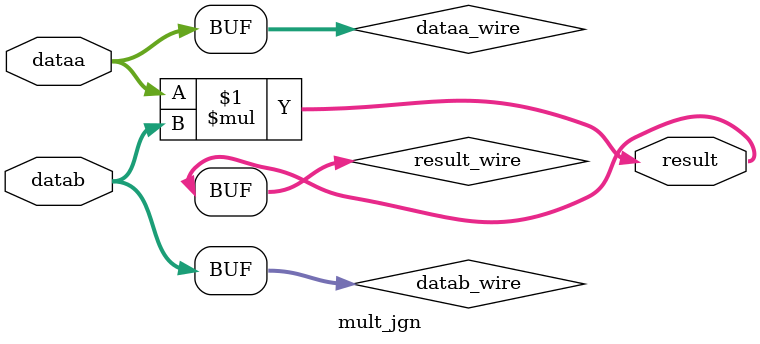
<source format=v>






//synthesis_resources = 
//synopsys translate_off
`timescale 1 ps / 1 ps
//synopsys translate_on
module  mult_jgn
	( 
	dataa,
	datab,
	result) /* synthesis synthesis_clearbox=1 */;
	input   [7:0]  dataa;
	input   [7:0]  datab;
	output   [15:0]  result;

	wire [7:0]    dataa_wire;
	wire [7:0]    datab_wire;
	wire [15:0]    result_wire;



	assign dataa_wire = dataa;
	assign datab_wire = datab;
	assign result_wire = dataa_wire * datab_wire;
	assign result = ({result_wire[15:0]});

endmodule //mult_jgn
//VALID FILE

</source>
